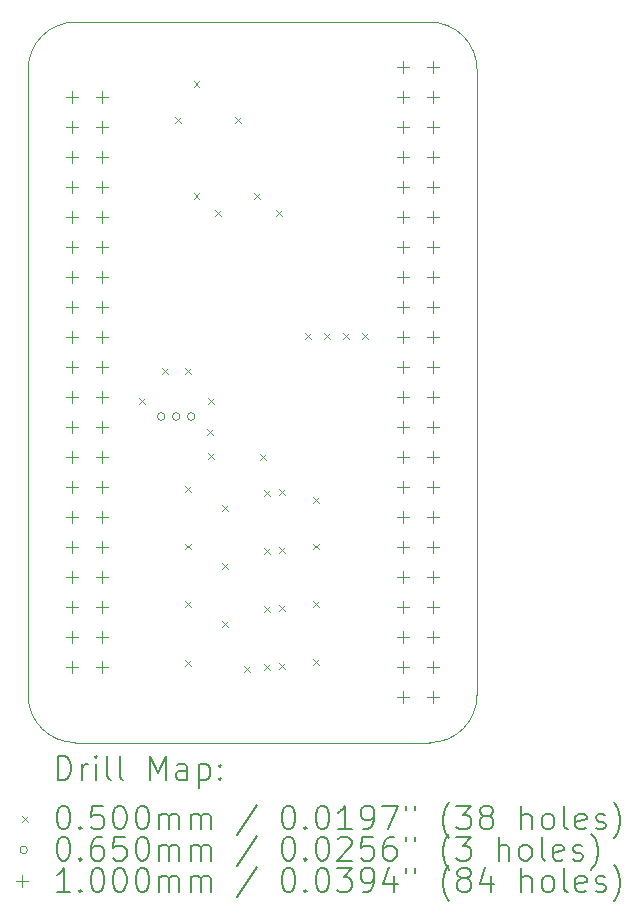
<source format=gbr>
%FSLAX45Y45*%
G04 Gerber Fmt 4.5, Leading zero omitted, Abs format (unit mm)*
G04 Created by KiCad (PCBNEW (6.0.5)) date 2025-06-10 19:54:22*
%MOMM*%
%LPD*%
G01*
G04 APERTURE LIST*
%TA.AperFunction,Profile*%
%ADD10C,0.100000*%
%TD*%
%ADD11C,0.200000*%
%ADD12C,0.050000*%
%ADD13C,0.065000*%
%ADD14C,0.100000*%
G04 APERTURE END LIST*
D10*
X13600000Y-6900000D02*
G75*
G03*
X13200000Y-7300000I0J-400000D01*
G01*
X16600000Y-13000000D02*
G75*
G03*
X17000000Y-12600000I0J400000D01*
G01*
X17000000Y-7300000D02*
X17000000Y-12600000D01*
X13200000Y-12600000D02*
X13200000Y-7300000D01*
X16600000Y-13000000D02*
X13600000Y-13000000D01*
X17000000Y-7300000D02*
G75*
G03*
X16600000Y-6900000I-400000J0D01*
G01*
X13600000Y-6900000D02*
X16600000Y-6900000D01*
X13200000Y-12600000D02*
G75*
G03*
X13600000Y-13000000I400000J0D01*
G01*
D11*
D12*
X14140000Y-10085000D02*
X14190000Y-10135000D01*
X14190000Y-10085000D02*
X14140000Y-10135000D01*
X14330000Y-9830000D02*
X14380000Y-9880000D01*
X14380000Y-9830000D02*
X14330000Y-9880000D01*
X14440000Y-7705000D02*
X14490000Y-7755000D01*
X14490000Y-7705000D02*
X14440000Y-7755000D01*
X14525000Y-10830000D02*
X14575000Y-10880000D01*
X14575000Y-10830000D02*
X14525000Y-10880000D01*
X14525000Y-11315000D02*
X14575000Y-11365000D01*
X14575000Y-11315000D02*
X14525000Y-11365000D01*
X14525000Y-11805000D02*
X14575000Y-11855000D01*
X14575000Y-11805000D02*
X14525000Y-11855000D01*
X14525000Y-12305000D02*
X14575000Y-12355000D01*
X14575000Y-12305000D02*
X14525000Y-12355000D01*
X14530000Y-9830000D02*
X14580000Y-9880000D01*
X14580000Y-9830000D02*
X14530000Y-9880000D01*
X14600000Y-7400000D02*
X14650000Y-7450000D01*
X14650000Y-7400000D02*
X14600000Y-7450000D01*
X14600000Y-8350000D02*
X14650000Y-8400000D01*
X14650000Y-8350000D02*
X14600000Y-8400000D01*
X14715000Y-10345000D02*
X14765000Y-10395000D01*
X14765000Y-10345000D02*
X14715000Y-10395000D01*
X14720000Y-10085000D02*
X14770000Y-10135000D01*
X14770000Y-10085000D02*
X14720000Y-10135000D01*
X14720000Y-10545000D02*
X14770000Y-10595000D01*
X14770000Y-10545000D02*
X14720000Y-10595000D01*
X14780000Y-8495000D02*
X14830000Y-8545000D01*
X14830000Y-8495000D02*
X14780000Y-8545000D01*
X14840000Y-10990000D02*
X14890000Y-11040000D01*
X14890000Y-10990000D02*
X14840000Y-11040000D01*
X14840000Y-11480000D02*
X14890000Y-11530000D01*
X14890000Y-11480000D02*
X14840000Y-11530000D01*
X14840000Y-11970000D02*
X14890000Y-12020000D01*
X14890000Y-11970000D02*
X14840000Y-12020000D01*
X14950000Y-7705000D02*
X15000000Y-7755000D01*
X15000000Y-7705000D02*
X14950000Y-7755000D01*
X15030000Y-12350000D02*
X15080000Y-12400000D01*
X15080000Y-12350000D02*
X15030000Y-12400000D01*
X15110000Y-8350000D02*
X15160000Y-8400000D01*
X15160000Y-8350000D02*
X15110000Y-8400000D01*
X15160000Y-10560000D02*
X15210000Y-10610000D01*
X15210000Y-10560000D02*
X15160000Y-10610000D01*
X15195000Y-10865000D02*
X15245000Y-10915000D01*
X15245000Y-10865000D02*
X15195000Y-10915000D01*
X15195000Y-11355000D02*
X15245000Y-11405000D01*
X15245000Y-11355000D02*
X15195000Y-11405000D01*
X15195000Y-11845000D02*
X15245000Y-11895000D01*
X15245000Y-11845000D02*
X15195000Y-11895000D01*
X15195000Y-12335000D02*
X15245000Y-12385000D01*
X15245000Y-12335000D02*
X15195000Y-12385000D01*
X15300000Y-8495000D02*
X15350000Y-8545000D01*
X15350000Y-8495000D02*
X15300000Y-8545000D01*
X15325000Y-10855000D02*
X15375000Y-10905000D01*
X15375000Y-10855000D02*
X15325000Y-10905000D01*
X15325000Y-11345000D02*
X15375000Y-11395000D01*
X15375000Y-11345000D02*
X15325000Y-11395000D01*
X15325000Y-11835000D02*
X15375000Y-11885000D01*
X15375000Y-11835000D02*
X15325000Y-11885000D01*
X15325000Y-12325000D02*
X15375000Y-12375000D01*
X15375000Y-12325000D02*
X15325000Y-12375000D01*
X15545000Y-9535000D02*
X15595000Y-9585000D01*
X15595000Y-9535000D02*
X15545000Y-9585000D01*
X15615000Y-10920000D02*
X15665000Y-10970000D01*
X15665000Y-10920000D02*
X15615000Y-10970000D01*
X15615000Y-11315000D02*
X15665000Y-11365000D01*
X15665000Y-11315000D02*
X15615000Y-11365000D01*
X15615000Y-11805000D02*
X15665000Y-11855000D01*
X15665000Y-11805000D02*
X15615000Y-11855000D01*
X15615000Y-12295000D02*
X15665000Y-12345000D01*
X15665000Y-12295000D02*
X15615000Y-12345000D01*
X15705000Y-9535000D02*
X15755000Y-9585000D01*
X15755000Y-9535000D02*
X15705000Y-9585000D01*
X15865000Y-9535000D02*
X15915000Y-9585000D01*
X15915000Y-9535000D02*
X15865000Y-9585000D01*
X16030000Y-9535000D02*
X16080000Y-9585000D01*
X16080000Y-9535000D02*
X16030000Y-9585000D01*
D13*
X14358500Y-10240000D02*
G75*
G03*
X14358500Y-10240000I-32500J0D01*
G01*
X14485500Y-10240000D02*
G75*
G03*
X14485500Y-10240000I-32500J0D01*
G01*
X14612500Y-10240000D02*
G75*
G03*
X14612500Y-10240000I-32500J0D01*
G01*
D14*
X13573000Y-7487000D02*
X13573000Y-7587000D01*
X13523000Y-7537000D02*
X13623000Y-7537000D01*
X13573000Y-7741000D02*
X13573000Y-7841000D01*
X13523000Y-7791000D02*
X13623000Y-7791000D01*
X13573000Y-7995000D02*
X13573000Y-8095000D01*
X13523000Y-8045000D02*
X13623000Y-8045000D01*
X13573000Y-8249000D02*
X13573000Y-8349000D01*
X13523000Y-8299000D02*
X13623000Y-8299000D01*
X13573000Y-8503000D02*
X13573000Y-8603000D01*
X13523000Y-8553000D02*
X13623000Y-8553000D01*
X13573000Y-8757000D02*
X13573000Y-8857000D01*
X13523000Y-8807000D02*
X13623000Y-8807000D01*
X13573000Y-9011000D02*
X13573000Y-9111000D01*
X13523000Y-9061000D02*
X13623000Y-9061000D01*
X13573000Y-9265000D02*
X13573000Y-9365000D01*
X13523000Y-9315000D02*
X13623000Y-9315000D01*
X13573000Y-9519000D02*
X13573000Y-9619000D01*
X13523000Y-9569000D02*
X13623000Y-9569000D01*
X13573000Y-9773000D02*
X13573000Y-9873000D01*
X13523000Y-9823000D02*
X13623000Y-9823000D01*
X13573000Y-10027000D02*
X13573000Y-10127000D01*
X13523000Y-10077000D02*
X13623000Y-10077000D01*
X13573000Y-10281000D02*
X13573000Y-10381000D01*
X13523000Y-10331000D02*
X13623000Y-10331000D01*
X13573000Y-10535000D02*
X13573000Y-10635000D01*
X13523000Y-10585000D02*
X13623000Y-10585000D01*
X13573000Y-10789000D02*
X13573000Y-10889000D01*
X13523000Y-10839000D02*
X13623000Y-10839000D01*
X13573000Y-11043000D02*
X13573000Y-11143000D01*
X13523000Y-11093000D02*
X13623000Y-11093000D01*
X13573000Y-11297000D02*
X13573000Y-11397000D01*
X13523000Y-11347000D02*
X13623000Y-11347000D01*
X13573000Y-11551000D02*
X13573000Y-11651000D01*
X13523000Y-11601000D02*
X13623000Y-11601000D01*
X13573000Y-11805000D02*
X13573000Y-11905000D01*
X13523000Y-11855000D02*
X13623000Y-11855000D01*
X13573000Y-12059000D02*
X13573000Y-12159000D01*
X13523000Y-12109000D02*
X13623000Y-12109000D01*
X13573000Y-12313000D02*
X13573000Y-12413000D01*
X13523000Y-12363000D02*
X13623000Y-12363000D01*
X13827000Y-7487000D02*
X13827000Y-7587000D01*
X13777000Y-7537000D02*
X13877000Y-7537000D01*
X13827000Y-7741000D02*
X13827000Y-7841000D01*
X13777000Y-7791000D02*
X13877000Y-7791000D01*
X13827000Y-7995000D02*
X13827000Y-8095000D01*
X13777000Y-8045000D02*
X13877000Y-8045000D01*
X13827000Y-8249000D02*
X13827000Y-8349000D01*
X13777000Y-8299000D02*
X13877000Y-8299000D01*
X13827000Y-8503000D02*
X13827000Y-8603000D01*
X13777000Y-8553000D02*
X13877000Y-8553000D01*
X13827000Y-8757000D02*
X13827000Y-8857000D01*
X13777000Y-8807000D02*
X13877000Y-8807000D01*
X13827000Y-9011000D02*
X13827000Y-9111000D01*
X13777000Y-9061000D02*
X13877000Y-9061000D01*
X13827000Y-9265000D02*
X13827000Y-9365000D01*
X13777000Y-9315000D02*
X13877000Y-9315000D01*
X13827000Y-9519000D02*
X13827000Y-9619000D01*
X13777000Y-9569000D02*
X13877000Y-9569000D01*
X13827000Y-9773000D02*
X13827000Y-9873000D01*
X13777000Y-9823000D02*
X13877000Y-9823000D01*
X13827000Y-10027000D02*
X13827000Y-10127000D01*
X13777000Y-10077000D02*
X13877000Y-10077000D01*
X13827000Y-10281000D02*
X13827000Y-10381000D01*
X13777000Y-10331000D02*
X13877000Y-10331000D01*
X13827000Y-10535000D02*
X13827000Y-10635000D01*
X13777000Y-10585000D02*
X13877000Y-10585000D01*
X13827000Y-10789000D02*
X13827000Y-10889000D01*
X13777000Y-10839000D02*
X13877000Y-10839000D01*
X13827000Y-11043000D02*
X13827000Y-11143000D01*
X13777000Y-11093000D02*
X13877000Y-11093000D01*
X13827000Y-11297000D02*
X13827000Y-11397000D01*
X13777000Y-11347000D02*
X13877000Y-11347000D01*
X13827000Y-11551000D02*
X13827000Y-11651000D01*
X13777000Y-11601000D02*
X13877000Y-11601000D01*
X13827000Y-11805000D02*
X13827000Y-11905000D01*
X13777000Y-11855000D02*
X13877000Y-11855000D01*
X13827000Y-12059000D02*
X13827000Y-12159000D01*
X13777000Y-12109000D02*
X13877000Y-12109000D01*
X13827000Y-12313000D02*
X13827000Y-12413000D01*
X13777000Y-12363000D02*
X13877000Y-12363000D01*
X16372500Y-7233500D02*
X16372500Y-7333500D01*
X16322500Y-7283500D02*
X16422500Y-7283500D01*
X16372500Y-7487500D02*
X16372500Y-7587500D01*
X16322500Y-7537500D02*
X16422500Y-7537500D01*
X16372500Y-7741500D02*
X16372500Y-7841500D01*
X16322500Y-7791500D02*
X16422500Y-7791500D01*
X16372500Y-7995500D02*
X16372500Y-8095500D01*
X16322500Y-8045500D02*
X16422500Y-8045500D01*
X16372500Y-8249500D02*
X16372500Y-8349500D01*
X16322500Y-8299500D02*
X16422500Y-8299500D01*
X16372500Y-8503500D02*
X16372500Y-8603500D01*
X16322500Y-8553500D02*
X16422500Y-8553500D01*
X16372500Y-8757500D02*
X16372500Y-8857500D01*
X16322500Y-8807500D02*
X16422500Y-8807500D01*
X16372500Y-9011500D02*
X16372500Y-9111500D01*
X16322500Y-9061500D02*
X16422500Y-9061500D01*
X16372500Y-9265500D02*
X16372500Y-9365500D01*
X16322500Y-9315500D02*
X16422500Y-9315500D01*
X16372500Y-9519500D02*
X16372500Y-9619500D01*
X16322500Y-9569500D02*
X16422500Y-9569500D01*
X16372500Y-9773500D02*
X16372500Y-9873500D01*
X16322500Y-9823500D02*
X16422500Y-9823500D01*
X16372500Y-10027500D02*
X16372500Y-10127500D01*
X16322500Y-10077500D02*
X16422500Y-10077500D01*
X16372500Y-10281500D02*
X16372500Y-10381500D01*
X16322500Y-10331500D02*
X16422500Y-10331500D01*
X16372500Y-10535500D02*
X16372500Y-10635500D01*
X16322500Y-10585500D02*
X16422500Y-10585500D01*
X16372500Y-10789500D02*
X16372500Y-10889500D01*
X16322500Y-10839500D02*
X16422500Y-10839500D01*
X16372500Y-11043500D02*
X16372500Y-11143500D01*
X16322500Y-11093500D02*
X16422500Y-11093500D01*
X16372500Y-11297500D02*
X16372500Y-11397500D01*
X16322500Y-11347500D02*
X16422500Y-11347500D01*
X16372500Y-11551500D02*
X16372500Y-11651500D01*
X16322500Y-11601500D02*
X16422500Y-11601500D01*
X16372500Y-11805500D02*
X16372500Y-11905500D01*
X16322500Y-11855500D02*
X16422500Y-11855500D01*
X16372500Y-12059500D02*
X16372500Y-12159500D01*
X16322500Y-12109500D02*
X16422500Y-12109500D01*
X16372500Y-12313500D02*
X16372500Y-12413500D01*
X16322500Y-12363500D02*
X16422500Y-12363500D01*
X16372500Y-12567500D02*
X16372500Y-12667500D01*
X16322500Y-12617500D02*
X16422500Y-12617500D01*
X16626500Y-7233500D02*
X16626500Y-7333500D01*
X16576500Y-7283500D02*
X16676500Y-7283500D01*
X16626500Y-7487500D02*
X16626500Y-7587500D01*
X16576500Y-7537500D02*
X16676500Y-7537500D01*
X16626500Y-7741500D02*
X16626500Y-7841500D01*
X16576500Y-7791500D02*
X16676500Y-7791500D01*
X16626500Y-7995500D02*
X16626500Y-8095500D01*
X16576500Y-8045500D02*
X16676500Y-8045500D01*
X16626500Y-8249500D02*
X16626500Y-8349500D01*
X16576500Y-8299500D02*
X16676500Y-8299500D01*
X16626500Y-8503500D02*
X16626500Y-8603500D01*
X16576500Y-8553500D02*
X16676500Y-8553500D01*
X16626500Y-8757500D02*
X16626500Y-8857500D01*
X16576500Y-8807500D02*
X16676500Y-8807500D01*
X16626500Y-9011500D02*
X16626500Y-9111500D01*
X16576500Y-9061500D02*
X16676500Y-9061500D01*
X16626500Y-9265500D02*
X16626500Y-9365500D01*
X16576500Y-9315500D02*
X16676500Y-9315500D01*
X16626500Y-9519500D02*
X16626500Y-9619500D01*
X16576500Y-9569500D02*
X16676500Y-9569500D01*
X16626500Y-9773500D02*
X16626500Y-9873500D01*
X16576500Y-9823500D02*
X16676500Y-9823500D01*
X16626500Y-10027500D02*
X16626500Y-10127500D01*
X16576500Y-10077500D02*
X16676500Y-10077500D01*
X16626500Y-10281500D02*
X16626500Y-10381500D01*
X16576500Y-10331500D02*
X16676500Y-10331500D01*
X16626500Y-10535500D02*
X16626500Y-10635500D01*
X16576500Y-10585500D02*
X16676500Y-10585500D01*
X16626500Y-10789500D02*
X16626500Y-10889500D01*
X16576500Y-10839500D02*
X16676500Y-10839500D01*
X16626500Y-11043500D02*
X16626500Y-11143500D01*
X16576500Y-11093500D02*
X16676500Y-11093500D01*
X16626500Y-11297500D02*
X16626500Y-11397500D01*
X16576500Y-11347500D02*
X16676500Y-11347500D01*
X16626500Y-11551500D02*
X16626500Y-11651500D01*
X16576500Y-11601500D02*
X16676500Y-11601500D01*
X16626500Y-11805500D02*
X16626500Y-11905500D01*
X16576500Y-11855500D02*
X16676500Y-11855500D01*
X16626500Y-12059500D02*
X16626500Y-12159500D01*
X16576500Y-12109500D02*
X16676500Y-12109500D01*
X16626500Y-12313500D02*
X16626500Y-12413500D01*
X16576500Y-12363500D02*
X16676500Y-12363500D01*
X16626500Y-12567500D02*
X16626500Y-12667500D01*
X16576500Y-12617500D02*
X16676500Y-12617500D01*
D11*
X13452619Y-13315476D02*
X13452619Y-13115476D01*
X13500238Y-13115476D01*
X13528809Y-13125000D01*
X13547857Y-13144048D01*
X13557381Y-13163095D01*
X13566905Y-13201190D01*
X13566905Y-13229762D01*
X13557381Y-13267857D01*
X13547857Y-13286905D01*
X13528809Y-13305952D01*
X13500238Y-13315476D01*
X13452619Y-13315476D01*
X13652619Y-13315476D02*
X13652619Y-13182143D01*
X13652619Y-13220238D02*
X13662143Y-13201190D01*
X13671667Y-13191667D01*
X13690714Y-13182143D01*
X13709762Y-13182143D01*
X13776428Y-13315476D02*
X13776428Y-13182143D01*
X13776428Y-13115476D02*
X13766905Y-13125000D01*
X13776428Y-13134524D01*
X13785952Y-13125000D01*
X13776428Y-13115476D01*
X13776428Y-13134524D01*
X13900238Y-13315476D02*
X13881190Y-13305952D01*
X13871667Y-13286905D01*
X13871667Y-13115476D01*
X14005000Y-13315476D02*
X13985952Y-13305952D01*
X13976428Y-13286905D01*
X13976428Y-13115476D01*
X14233571Y-13315476D02*
X14233571Y-13115476D01*
X14300238Y-13258333D01*
X14366905Y-13115476D01*
X14366905Y-13315476D01*
X14547857Y-13315476D02*
X14547857Y-13210714D01*
X14538333Y-13191667D01*
X14519286Y-13182143D01*
X14481190Y-13182143D01*
X14462143Y-13191667D01*
X14547857Y-13305952D02*
X14528809Y-13315476D01*
X14481190Y-13315476D01*
X14462143Y-13305952D01*
X14452619Y-13286905D01*
X14452619Y-13267857D01*
X14462143Y-13248809D01*
X14481190Y-13239286D01*
X14528809Y-13239286D01*
X14547857Y-13229762D01*
X14643095Y-13182143D02*
X14643095Y-13382143D01*
X14643095Y-13191667D02*
X14662143Y-13182143D01*
X14700238Y-13182143D01*
X14719286Y-13191667D01*
X14728809Y-13201190D01*
X14738333Y-13220238D01*
X14738333Y-13277381D01*
X14728809Y-13296428D01*
X14719286Y-13305952D01*
X14700238Y-13315476D01*
X14662143Y-13315476D01*
X14643095Y-13305952D01*
X14824048Y-13296428D02*
X14833571Y-13305952D01*
X14824048Y-13315476D01*
X14814524Y-13305952D01*
X14824048Y-13296428D01*
X14824048Y-13315476D01*
X14824048Y-13191667D02*
X14833571Y-13201190D01*
X14824048Y-13210714D01*
X14814524Y-13201190D01*
X14824048Y-13191667D01*
X14824048Y-13210714D01*
D12*
X13145000Y-13620000D02*
X13195000Y-13670000D01*
X13195000Y-13620000D02*
X13145000Y-13670000D01*
D11*
X13490714Y-13535476D02*
X13509762Y-13535476D01*
X13528809Y-13545000D01*
X13538333Y-13554524D01*
X13547857Y-13573571D01*
X13557381Y-13611667D01*
X13557381Y-13659286D01*
X13547857Y-13697381D01*
X13538333Y-13716428D01*
X13528809Y-13725952D01*
X13509762Y-13735476D01*
X13490714Y-13735476D01*
X13471667Y-13725952D01*
X13462143Y-13716428D01*
X13452619Y-13697381D01*
X13443095Y-13659286D01*
X13443095Y-13611667D01*
X13452619Y-13573571D01*
X13462143Y-13554524D01*
X13471667Y-13545000D01*
X13490714Y-13535476D01*
X13643095Y-13716428D02*
X13652619Y-13725952D01*
X13643095Y-13735476D01*
X13633571Y-13725952D01*
X13643095Y-13716428D01*
X13643095Y-13735476D01*
X13833571Y-13535476D02*
X13738333Y-13535476D01*
X13728809Y-13630714D01*
X13738333Y-13621190D01*
X13757381Y-13611667D01*
X13805000Y-13611667D01*
X13824048Y-13621190D01*
X13833571Y-13630714D01*
X13843095Y-13649762D01*
X13843095Y-13697381D01*
X13833571Y-13716428D01*
X13824048Y-13725952D01*
X13805000Y-13735476D01*
X13757381Y-13735476D01*
X13738333Y-13725952D01*
X13728809Y-13716428D01*
X13966905Y-13535476D02*
X13985952Y-13535476D01*
X14005000Y-13545000D01*
X14014524Y-13554524D01*
X14024048Y-13573571D01*
X14033571Y-13611667D01*
X14033571Y-13659286D01*
X14024048Y-13697381D01*
X14014524Y-13716428D01*
X14005000Y-13725952D01*
X13985952Y-13735476D01*
X13966905Y-13735476D01*
X13947857Y-13725952D01*
X13938333Y-13716428D01*
X13928809Y-13697381D01*
X13919286Y-13659286D01*
X13919286Y-13611667D01*
X13928809Y-13573571D01*
X13938333Y-13554524D01*
X13947857Y-13545000D01*
X13966905Y-13535476D01*
X14157381Y-13535476D02*
X14176428Y-13535476D01*
X14195476Y-13545000D01*
X14205000Y-13554524D01*
X14214524Y-13573571D01*
X14224048Y-13611667D01*
X14224048Y-13659286D01*
X14214524Y-13697381D01*
X14205000Y-13716428D01*
X14195476Y-13725952D01*
X14176428Y-13735476D01*
X14157381Y-13735476D01*
X14138333Y-13725952D01*
X14128809Y-13716428D01*
X14119286Y-13697381D01*
X14109762Y-13659286D01*
X14109762Y-13611667D01*
X14119286Y-13573571D01*
X14128809Y-13554524D01*
X14138333Y-13545000D01*
X14157381Y-13535476D01*
X14309762Y-13735476D02*
X14309762Y-13602143D01*
X14309762Y-13621190D02*
X14319286Y-13611667D01*
X14338333Y-13602143D01*
X14366905Y-13602143D01*
X14385952Y-13611667D01*
X14395476Y-13630714D01*
X14395476Y-13735476D01*
X14395476Y-13630714D02*
X14405000Y-13611667D01*
X14424048Y-13602143D01*
X14452619Y-13602143D01*
X14471667Y-13611667D01*
X14481190Y-13630714D01*
X14481190Y-13735476D01*
X14576428Y-13735476D02*
X14576428Y-13602143D01*
X14576428Y-13621190D02*
X14585952Y-13611667D01*
X14605000Y-13602143D01*
X14633571Y-13602143D01*
X14652619Y-13611667D01*
X14662143Y-13630714D01*
X14662143Y-13735476D01*
X14662143Y-13630714D02*
X14671667Y-13611667D01*
X14690714Y-13602143D01*
X14719286Y-13602143D01*
X14738333Y-13611667D01*
X14747857Y-13630714D01*
X14747857Y-13735476D01*
X15138333Y-13525952D02*
X14966905Y-13783095D01*
X15395476Y-13535476D02*
X15414524Y-13535476D01*
X15433571Y-13545000D01*
X15443095Y-13554524D01*
X15452619Y-13573571D01*
X15462143Y-13611667D01*
X15462143Y-13659286D01*
X15452619Y-13697381D01*
X15443095Y-13716428D01*
X15433571Y-13725952D01*
X15414524Y-13735476D01*
X15395476Y-13735476D01*
X15376428Y-13725952D01*
X15366905Y-13716428D01*
X15357381Y-13697381D01*
X15347857Y-13659286D01*
X15347857Y-13611667D01*
X15357381Y-13573571D01*
X15366905Y-13554524D01*
X15376428Y-13545000D01*
X15395476Y-13535476D01*
X15547857Y-13716428D02*
X15557381Y-13725952D01*
X15547857Y-13735476D01*
X15538333Y-13725952D01*
X15547857Y-13716428D01*
X15547857Y-13735476D01*
X15681190Y-13535476D02*
X15700238Y-13535476D01*
X15719286Y-13545000D01*
X15728809Y-13554524D01*
X15738333Y-13573571D01*
X15747857Y-13611667D01*
X15747857Y-13659286D01*
X15738333Y-13697381D01*
X15728809Y-13716428D01*
X15719286Y-13725952D01*
X15700238Y-13735476D01*
X15681190Y-13735476D01*
X15662143Y-13725952D01*
X15652619Y-13716428D01*
X15643095Y-13697381D01*
X15633571Y-13659286D01*
X15633571Y-13611667D01*
X15643095Y-13573571D01*
X15652619Y-13554524D01*
X15662143Y-13545000D01*
X15681190Y-13535476D01*
X15938333Y-13735476D02*
X15824048Y-13735476D01*
X15881190Y-13735476D02*
X15881190Y-13535476D01*
X15862143Y-13564048D01*
X15843095Y-13583095D01*
X15824048Y-13592619D01*
X16033571Y-13735476D02*
X16071667Y-13735476D01*
X16090714Y-13725952D01*
X16100238Y-13716428D01*
X16119286Y-13687857D01*
X16128809Y-13649762D01*
X16128809Y-13573571D01*
X16119286Y-13554524D01*
X16109762Y-13545000D01*
X16090714Y-13535476D01*
X16052619Y-13535476D01*
X16033571Y-13545000D01*
X16024048Y-13554524D01*
X16014524Y-13573571D01*
X16014524Y-13621190D01*
X16024048Y-13640238D01*
X16033571Y-13649762D01*
X16052619Y-13659286D01*
X16090714Y-13659286D01*
X16109762Y-13649762D01*
X16119286Y-13640238D01*
X16128809Y-13621190D01*
X16195476Y-13535476D02*
X16328809Y-13535476D01*
X16243095Y-13735476D01*
X16395476Y-13535476D02*
X16395476Y-13573571D01*
X16471667Y-13535476D02*
X16471667Y-13573571D01*
X16766905Y-13811667D02*
X16757381Y-13802143D01*
X16738333Y-13773571D01*
X16728809Y-13754524D01*
X16719286Y-13725952D01*
X16709762Y-13678333D01*
X16709762Y-13640238D01*
X16719286Y-13592619D01*
X16728809Y-13564048D01*
X16738333Y-13545000D01*
X16757381Y-13516428D01*
X16766905Y-13506905D01*
X16824048Y-13535476D02*
X16947857Y-13535476D01*
X16881190Y-13611667D01*
X16909762Y-13611667D01*
X16928810Y-13621190D01*
X16938333Y-13630714D01*
X16947857Y-13649762D01*
X16947857Y-13697381D01*
X16938333Y-13716428D01*
X16928810Y-13725952D01*
X16909762Y-13735476D01*
X16852619Y-13735476D01*
X16833571Y-13725952D01*
X16824048Y-13716428D01*
X17062143Y-13621190D02*
X17043095Y-13611667D01*
X17033571Y-13602143D01*
X17024048Y-13583095D01*
X17024048Y-13573571D01*
X17033571Y-13554524D01*
X17043095Y-13545000D01*
X17062143Y-13535476D01*
X17100238Y-13535476D01*
X17119286Y-13545000D01*
X17128810Y-13554524D01*
X17138333Y-13573571D01*
X17138333Y-13583095D01*
X17128810Y-13602143D01*
X17119286Y-13611667D01*
X17100238Y-13621190D01*
X17062143Y-13621190D01*
X17043095Y-13630714D01*
X17033571Y-13640238D01*
X17024048Y-13659286D01*
X17024048Y-13697381D01*
X17033571Y-13716428D01*
X17043095Y-13725952D01*
X17062143Y-13735476D01*
X17100238Y-13735476D01*
X17119286Y-13725952D01*
X17128810Y-13716428D01*
X17138333Y-13697381D01*
X17138333Y-13659286D01*
X17128810Y-13640238D01*
X17119286Y-13630714D01*
X17100238Y-13621190D01*
X17376429Y-13735476D02*
X17376429Y-13535476D01*
X17462143Y-13735476D02*
X17462143Y-13630714D01*
X17452619Y-13611667D01*
X17433571Y-13602143D01*
X17405000Y-13602143D01*
X17385952Y-13611667D01*
X17376429Y-13621190D01*
X17585952Y-13735476D02*
X17566905Y-13725952D01*
X17557381Y-13716428D01*
X17547857Y-13697381D01*
X17547857Y-13640238D01*
X17557381Y-13621190D01*
X17566905Y-13611667D01*
X17585952Y-13602143D01*
X17614524Y-13602143D01*
X17633571Y-13611667D01*
X17643095Y-13621190D01*
X17652619Y-13640238D01*
X17652619Y-13697381D01*
X17643095Y-13716428D01*
X17633571Y-13725952D01*
X17614524Y-13735476D01*
X17585952Y-13735476D01*
X17766905Y-13735476D02*
X17747857Y-13725952D01*
X17738333Y-13706905D01*
X17738333Y-13535476D01*
X17919286Y-13725952D02*
X17900238Y-13735476D01*
X17862143Y-13735476D01*
X17843095Y-13725952D01*
X17833571Y-13706905D01*
X17833571Y-13630714D01*
X17843095Y-13611667D01*
X17862143Y-13602143D01*
X17900238Y-13602143D01*
X17919286Y-13611667D01*
X17928810Y-13630714D01*
X17928810Y-13649762D01*
X17833571Y-13668809D01*
X18005000Y-13725952D02*
X18024048Y-13735476D01*
X18062143Y-13735476D01*
X18081190Y-13725952D01*
X18090714Y-13706905D01*
X18090714Y-13697381D01*
X18081190Y-13678333D01*
X18062143Y-13668809D01*
X18033571Y-13668809D01*
X18014524Y-13659286D01*
X18005000Y-13640238D01*
X18005000Y-13630714D01*
X18014524Y-13611667D01*
X18033571Y-13602143D01*
X18062143Y-13602143D01*
X18081190Y-13611667D01*
X18157381Y-13811667D02*
X18166905Y-13802143D01*
X18185952Y-13773571D01*
X18195476Y-13754524D01*
X18205000Y-13725952D01*
X18214524Y-13678333D01*
X18214524Y-13640238D01*
X18205000Y-13592619D01*
X18195476Y-13564048D01*
X18185952Y-13545000D01*
X18166905Y-13516428D01*
X18157381Y-13506905D01*
D13*
X13195000Y-13909000D02*
G75*
G03*
X13195000Y-13909000I-32500J0D01*
G01*
D11*
X13490714Y-13799476D02*
X13509762Y-13799476D01*
X13528809Y-13809000D01*
X13538333Y-13818524D01*
X13547857Y-13837571D01*
X13557381Y-13875667D01*
X13557381Y-13923286D01*
X13547857Y-13961381D01*
X13538333Y-13980428D01*
X13528809Y-13989952D01*
X13509762Y-13999476D01*
X13490714Y-13999476D01*
X13471667Y-13989952D01*
X13462143Y-13980428D01*
X13452619Y-13961381D01*
X13443095Y-13923286D01*
X13443095Y-13875667D01*
X13452619Y-13837571D01*
X13462143Y-13818524D01*
X13471667Y-13809000D01*
X13490714Y-13799476D01*
X13643095Y-13980428D02*
X13652619Y-13989952D01*
X13643095Y-13999476D01*
X13633571Y-13989952D01*
X13643095Y-13980428D01*
X13643095Y-13999476D01*
X13824048Y-13799476D02*
X13785952Y-13799476D01*
X13766905Y-13809000D01*
X13757381Y-13818524D01*
X13738333Y-13847095D01*
X13728809Y-13885190D01*
X13728809Y-13961381D01*
X13738333Y-13980428D01*
X13747857Y-13989952D01*
X13766905Y-13999476D01*
X13805000Y-13999476D01*
X13824048Y-13989952D01*
X13833571Y-13980428D01*
X13843095Y-13961381D01*
X13843095Y-13913762D01*
X13833571Y-13894714D01*
X13824048Y-13885190D01*
X13805000Y-13875667D01*
X13766905Y-13875667D01*
X13747857Y-13885190D01*
X13738333Y-13894714D01*
X13728809Y-13913762D01*
X14024048Y-13799476D02*
X13928809Y-13799476D01*
X13919286Y-13894714D01*
X13928809Y-13885190D01*
X13947857Y-13875667D01*
X13995476Y-13875667D01*
X14014524Y-13885190D01*
X14024048Y-13894714D01*
X14033571Y-13913762D01*
X14033571Y-13961381D01*
X14024048Y-13980428D01*
X14014524Y-13989952D01*
X13995476Y-13999476D01*
X13947857Y-13999476D01*
X13928809Y-13989952D01*
X13919286Y-13980428D01*
X14157381Y-13799476D02*
X14176428Y-13799476D01*
X14195476Y-13809000D01*
X14205000Y-13818524D01*
X14214524Y-13837571D01*
X14224048Y-13875667D01*
X14224048Y-13923286D01*
X14214524Y-13961381D01*
X14205000Y-13980428D01*
X14195476Y-13989952D01*
X14176428Y-13999476D01*
X14157381Y-13999476D01*
X14138333Y-13989952D01*
X14128809Y-13980428D01*
X14119286Y-13961381D01*
X14109762Y-13923286D01*
X14109762Y-13875667D01*
X14119286Y-13837571D01*
X14128809Y-13818524D01*
X14138333Y-13809000D01*
X14157381Y-13799476D01*
X14309762Y-13999476D02*
X14309762Y-13866143D01*
X14309762Y-13885190D02*
X14319286Y-13875667D01*
X14338333Y-13866143D01*
X14366905Y-13866143D01*
X14385952Y-13875667D01*
X14395476Y-13894714D01*
X14395476Y-13999476D01*
X14395476Y-13894714D02*
X14405000Y-13875667D01*
X14424048Y-13866143D01*
X14452619Y-13866143D01*
X14471667Y-13875667D01*
X14481190Y-13894714D01*
X14481190Y-13999476D01*
X14576428Y-13999476D02*
X14576428Y-13866143D01*
X14576428Y-13885190D02*
X14585952Y-13875667D01*
X14605000Y-13866143D01*
X14633571Y-13866143D01*
X14652619Y-13875667D01*
X14662143Y-13894714D01*
X14662143Y-13999476D01*
X14662143Y-13894714D02*
X14671667Y-13875667D01*
X14690714Y-13866143D01*
X14719286Y-13866143D01*
X14738333Y-13875667D01*
X14747857Y-13894714D01*
X14747857Y-13999476D01*
X15138333Y-13789952D02*
X14966905Y-14047095D01*
X15395476Y-13799476D02*
X15414524Y-13799476D01*
X15433571Y-13809000D01*
X15443095Y-13818524D01*
X15452619Y-13837571D01*
X15462143Y-13875667D01*
X15462143Y-13923286D01*
X15452619Y-13961381D01*
X15443095Y-13980428D01*
X15433571Y-13989952D01*
X15414524Y-13999476D01*
X15395476Y-13999476D01*
X15376428Y-13989952D01*
X15366905Y-13980428D01*
X15357381Y-13961381D01*
X15347857Y-13923286D01*
X15347857Y-13875667D01*
X15357381Y-13837571D01*
X15366905Y-13818524D01*
X15376428Y-13809000D01*
X15395476Y-13799476D01*
X15547857Y-13980428D02*
X15557381Y-13989952D01*
X15547857Y-13999476D01*
X15538333Y-13989952D01*
X15547857Y-13980428D01*
X15547857Y-13999476D01*
X15681190Y-13799476D02*
X15700238Y-13799476D01*
X15719286Y-13809000D01*
X15728809Y-13818524D01*
X15738333Y-13837571D01*
X15747857Y-13875667D01*
X15747857Y-13923286D01*
X15738333Y-13961381D01*
X15728809Y-13980428D01*
X15719286Y-13989952D01*
X15700238Y-13999476D01*
X15681190Y-13999476D01*
X15662143Y-13989952D01*
X15652619Y-13980428D01*
X15643095Y-13961381D01*
X15633571Y-13923286D01*
X15633571Y-13875667D01*
X15643095Y-13837571D01*
X15652619Y-13818524D01*
X15662143Y-13809000D01*
X15681190Y-13799476D01*
X15824048Y-13818524D02*
X15833571Y-13809000D01*
X15852619Y-13799476D01*
X15900238Y-13799476D01*
X15919286Y-13809000D01*
X15928809Y-13818524D01*
X15938333Y-13837571D01*
X15938333Y-13856619D01*
X15928809Y-13885190D01*
X15814524Y-13999476D01*
X15938333Y-13999476D01*
X16119286Y-13799476D02*
X16024048Y-13799476D01*
X16014524Y-13894714D01*
X16024048Y-13885190D01*
X16043095Y-13875667D01*
X16090714Y-13875667D01*
X16109762Y-13885190D01*
X16119286Y-13894714D01*
X16128809Y-13913762D01*
X16128809Y-13961381D01*
X16119286Y-13980428D01*
X16109762Y-13989952D01*
X16090714Y-13999476D01*
X16043095Y-13999476D01*
X16024048Y-13989952D01*
X16014524Y-13980428D01*
X16300238Y-13799476D02*
X16262143Y-13799476D01*
X16243095Y-13809000D01*
X16233571Y-13818524D01*
X16214524Y-13847095D01*
X16205000Y-13885190D01*
X16205000Y-13961381D01*
X16214524Y-13980428D01*
X16224048Y-13989952D01*
X16243095Y-13999476D01*
X16281190Y-13999476D01*
X16300238Y-13989952D01*
X16309762Y-13980428D01*
X16319286Y-13961381D01*
X16319286Y-13913762D01*
X16309762Y-13894714D01*
X16300238Y-13885190D01*
X16281190Y-13875667D01*
X16243095Y-13875667D01*
X16224048Y-13885190D01*
X16214524Y-13894714D01*
X16205000Y-13913762D01*
X16395476Y-13799476D02*
X16395476Y-13837571D01*
X16471667Y-13799476D02*
X16471667Y-13837571D01*
X16766905Y-14075667D02*
X16757381Y-14066143D01*
X16738333Y-14037571D01*
X16728809Y-14018524D01*
X16719286Y-13989952D01*
X16709762Y-13942333D01*
X16709762Y-13904238D01*
X16719286Y-13856619D01*
X16728809Y-13828048D01*
X16738333Y-13809000D01*
X16757381Y-13780428D01*
X16766905Y-13770905D01*
X16824048Y-13799476D02*
X16947857Y-13799476D01*
X16881190Y-13875667D01*
X16909762Y-13875667D01*
X16928810Y-13885190D01*
X16938333Y-13894714D01*
X16947857Y-13913762D01*
X16947857Y-13961381D01*
X16938333Y-13980428D01*
X16928810Y-13989952D01*
X16909762Y-13999476D01*
X16852619Y-13999476D01*
X16833571Y-13989952D01*
X16824048Y-13980428D01*
X17185952Y-13999476D02*
X17185952Y-13799476D01*
X17271667Y-13999476D02*
X17271667Y-13894714D01*
X17262143Y-13875667D01*
X17243095Y-13866143D01*
X17214524Y-13866143D01*
X17195476Y-13875667D01*
X17185952Y-13885190D01*
X17395476Y-13999476D02*
X17376429Y-13989952D01*
X17366905Y-13980428D01*
X17357381Y-13961381D01*
X17357381Y-13904238D01*
X17366905Y-13885190D01*
X17376429Y-13875667D01*
X17395476Y-13866143D01*
X17424048Y-13866143D01*
X17443095Y-13875667D01*
X17452619Y-13885190D01*
X17462143Y-13904238D01*
X17462143Y-13961381D01*
X17452619Y-13980428D01*
X17443095Y-13989952D01*
X17424048Y-13999476D01*
X17395476Y-13999476D01*
X17576429Y-13999476D02*
X17557381Y-13989952D01*
X17547857Y-13970905D01*
X17547857Y-13799476D01*
X17728810Y-13989952D02*
X17709762Y-13999476D01*
X17671667Y-13999476D01*
X17652619Y-13989952D01*
X17643095Y-13970905D01*
X17643095Y-13894714D01*
X17652619Y-13875667D01*
X17671667Y-13866143D01*
X17709762Y-13866143D01*
X17728810Y-13875667D01*
X17738333Y-13894714D01*
X17738333Y-13913762D01*
X17643095Y-13932809D01*
X17814524Y-13989952D02*
X17833571Y-13999476D01*
X17871667Y-13999476D01*
X17890714Y-13989952D01*
X17900238Y-13970905D01*
X17900238Y-13961381D01*
X17890714Y-13942333D01*
X17871667Y-13932809D01*
X17843095Y-13932809D01*
X17824048Y-13923286D01*
X17814524Y-13904238D01*
X17814524Y-13894714D01*
X17824048Y-13875667D01*
X17843095Y-13866143D01*
X17871667Y-13866143D01*
X17890714Y-13875667D01*
X17966905Y-14075667D02*
X17976429Y-14066143D01*
X17995476Y-14037571D01*
X18005000Y-14018524D01*
X18014524Y-13989952D01*
X18024048Y-13942333D01*
X18024048Y-13904238D01*
X18014524Y-13856619D01*
X18005000Y-13828048D01*
X17995476Y-13809000D01*
X17976429Y-13780428D01*
X17966905Y-13770905D01*
D14*
X13145000Y-14123000D02*
X13145000Y-14223000D01*
X13095000Y-14173000D02*
X13195000Y-14173000D01*
D11*
X13557381Y-14263476D02*
X13443095Y-14263476D01*
X13500238Y-14263476D02*
X13500238Y-14063476D01*
X13481190Y-14092048D01*
X13462143Y-14111095D01*
X13443095Y-14120619D01*
X13643095Y-14244428D02*
X13652619Y-14253952D01*
X13643095Y-14263476D01*
X13633571Y-14253952D01*
X13643095Y-14244428D01*
X13643095Y-14263476D01*
X13776428Y-14063476D02*
X13795476Y-14063476D01*
X13814524Y-14073000D01*
X13824048Y-14082524D01*
X13833571Y-14101571D01*
X13843095Y-14139667D01*
X13843095Y-14187286D01*
X13833571Y-14225381D01*
X13824048Y-14244428D01*
X13814524Y-14253952D01*
X13795476Y-14263476D01*
X13776428Y-14263476D01*
X13757381Y-14253952D01*
X13747857Y-14244428D01*
X13738333Y-14225381D01*
X13728809Y-14187286D01*
X13728809Y-14139667D01*
X13738333Y-14101571D01*
X13747857Y-14082524D01*
X13757381Y-14073000D01*
X13776428Y-14063476D01*
X13966905Y-14063476D02*
X13985952Y-14063476D01*
X14005000Y-14073000D01*
X14014524Y-14082524D01*
X14024048Y-14101571D01*
X14033571Y-14139667D01*
X14033571Y-14187286D01*
X14024048Y-14225381D01*
X14014524Y-14244428D01*
X14005000Y-14253952D01*
X13985952Y-14263476D01*
X13966905Y-14263476D01*
X13947857Y-14253952D01*
X13938333Y-14244428D01*
X13928809Y-14225381D01*
X13919286Y-14187286D01*
X13919286Y-14139667D01*
X13928809Y-14101571D01*
X13938333Y-14082524D01*
X13947857Y-14073000D01*
X13966905Y-14063476D01*
X14157381Y-14063476D02*
X14176428Y-14063476D01*
X14195476Y-14073000D01*
X14205000Y-14082524D01*
X14214524Y-14101571D01*
X14224048Y-14139667D01*
X14224048Y-14187286D01*
X14214524Y-14225381D01*
X14205000Y-14244428D01*
X14195476Y-14253952D01*
X14176428Y-14263476D01*
X14157381Y-14263476D01*
X14138333Y-14253952D01*
X14128809Y-14244428D01*
X14119286Y-14225381D01*
X14109762Y-14187286D01*
X14109762Y-14139667D01*
X14119286Y-14101571D01*
X14128809Y-14082524D01*
X14138333Y-14073000D01*
X14157381Y-14063476D01*
X14309762Y-14263476D02*
X14309762Y-14130143D01*
X14309762Y-14149190D02*
X14319286Y-14139667D01*
X14338333Y-14130143D01*
X14366905Y-14130143D01*
X14385952Y-14139667D01*
X14395476Y-14158714D01*
X14395476Y-14263476D01*
X14395476Y-14158714D02*
X14405000Y-14139667D01*
X14424048Y-14130143D01*
X14452619Y-14130143D01*
X14471667Y-14139667D01*
X14481190Y-14158714D01*
X14481190Y-14263476D01*
X14576428Y-14263476D02*
X14576428Y-14130143D01*
X14576428Y-14149190D02*
X14585952Y-14139667D01*
X14605000Y-14130143D01*
X14633571Y-14130143D01*
X14652619Y-14139667D01*
X14662143Y-14158714D01*
X14662143Y-14263476D01*
X14662143Y-14158714D02*
X14671667Y-14139667D01*
X14690714Y-14130143D01*
X14719286Y-14130143D01*
X14738333Y-14139667D01*
X14747857Y-14158714D01*
X14747857Y-14263476D01*
X15138333Y-14053952D02*
X14966905Y-14311095D01*
X15395476Y-14063476D02*
X15414524Y-14063476D01*
X15433571Y-14073000D01*
X15443095Y-14082524D01*
X15452619Y-14101571D01*
X15462143Y-14139667D01*
X15462143Y-14187286D01*
X15452619Y-14225381D01*
X15443095Y-14244428D01*
X15433571Y-14253952D01*
X15414524Y-14263476D01*
X15395476Y-14263476D01*
X15376428Y-14253952D01*
X15366905Y-14244428D01*
X15357381Y-14225381D01*
X15347857Y-14187286D01*
X15347857Y-14139667D01*
X15357381Y-14101571D01*
X15366905Y-14082524D01*
X15376428Y-14073000D01*
X15395476Y-14063476D01*
X15547857Y-14244428D02*
X15557381Y-14253952D01*
X15547857Y-14263476D01*
X15538333Y-14253952D01*
X15547857Y-14244428D01*
X15547857Y-14263476D01*
X15681190Y-14063476D02*
X15700238Y-14063476D01*
X15719286Y-14073000D01*
X15728809Y-14082524D01*
X15738333Y-14101571D01*
X15747857Y-14139667D01*
X15747857Y-14187286D01*
X15738333Y-14225381D01*
X15728809Y-14244428D01*
X15719286Y-14253952D01*
X15700238Y-14263476D01*
X15681190Y-14263476D01*
X15662143Y-14253952D01*
X15652619Y-14244428D01*
X15643095Y-14225381D01*
X15633571Y-14187286D01*
X15633571Y-14139667D01*
X15643095Y-14101571D01*
X15652619Y-14082524D01*
X15662143Y-14073000D01*
X15681190Y-14063476D01*
X15814524Y-14063476D02*
X15938333Y-14063476D01*
X15871667Y-14139667D01*
X15900238Y-14139667D01*
X15919286Y-14149190D01*
X15928809Y-14158714D01*
X15938333Y-14177762D01*
X15938333Y-14225381D01*
X15928809Y-14244428D01*
X15919286Y-14253952D01*
X15900238Y-14263476D01*
X15843095Y-14263476D01*
X15824048Y-14253952D01*
X15814524Y-14244428D01*
X16033571Y-14263476D02*
X16071667Y-14263476D01*
X16090714Y-14253952D01*
X16100238Y-14244428D01*
X16119286Y-14215857D01*
X16128809Y-14177762D01*
X16128809Y-14101571D01*
X16119286Y-14082524D01*
X16109762Y-14073000D01*
X16090714Y-14063476D01*
X16052619Y-14063476D01*
X16033571Y-14073000D01*
X16024048Y-14082524D01*
X16014524Y-14101571D01*
X16014524Y-14149190D01*
X16024048Y-14168238D01*
X16033571Y-14177762D01*
X16052619Y-14187286D01*
X16090714Y-14187286D01*
X16109762Y-14177762D01*
X16119286Y-14168238D01*
X16128809Y-14149190D01*
X16300238Y-14130143D02*
X16300238Y-14263476D01*
X16252619Y-14053952D02*
X16205000Y-14196809D01*
X16328809Y-14196809D01*
X16395476Y-14063476D02*
X16395476Y-14101571D01*
X16471667Y-14063476D02*
X16471667Y-14101571D01*
X16766905Y-14339667D02*
X16757381Y-14330143D01*
X16738333Y-14301571D01*
X16728809Y-14282524D01*
X16719286Y-14253952D01*
X16709762Y-14206333D01*
X16709762Y-14168238D01*
X16719286Y-14120619D01*
X16728809Y-14092048D01*
X16738333Y-14073000D01*
X16757381Y-14044428D01*
X16766905Y-14034905D01*
X16871667Y-14149190D02*
X16852619Y-14139667D01*
X16843095Y-14130143D01*
X16833571Y-14111095D01*
X16833571Y-14101571D01*
X16843095Y-14082524D01*
X16852619Y-14073000D01*
X16871667Y-14063476D01*
X16909762Y-14063476D01*
X16928810Y-14073000D01*
X16938333Y-14082524D01*
X16947857Y-14101571D01*
X16947857Y-14111095D01*
X16938333Y-14130143D01*
X16928810Y-14139667D01*
X16909762Y-14149190D01*
X16871667Y-14149190D01*
X16852619Y-14158714D01*
X16843095Y-14168238D01*
X16833571Y-14187286D01*
X16833571Y-14225381D01*
X16843095Y-14244428D01*
X16852619Y-14253952D01*
X16871667Y-14263476D01*
X16909762Y-14263476D01*
X16928810Y-14253952D01*
X16938333Y-14244428D01*
X16947857Y-14225381D01*
X16947857Y-14187286D01*
X16938333Y-14168238D01*
X16928810Y-14158714D01*
X16909762Y-14149190D01*
X17119286Y-14130143D02*
X17119286Y-14263476D01*
X17071667Y-14053952D02*
X17024048Y-14196809D01*
X17147857Y-14196809D01*
X17376429Y-14263476D02*
X17376429Y-14063476D01*
X17462143Y-14263476D02*
X17462143Y-14158714D01*
X17452619Y-14139667D01*
X17433571Y-14130143D01*
X17405000Y-14130143D01*
X17385952Y-14139667D01*
X17376429Y-14149190D01*
X17585952Y-14263476D02*
X17566905Y-14253952D01*
X17557381Y-14244428D01*
X17547857Y-14225381D01*
X17547857Y-14168238D01*
X17557381Y-14149190D01*
X17566905Y-14139667D01*
X17585952Y-14130143D01*
X17614524Y-14130143D01*
X17633571Y-14139667D01*
X17643095Y-14149190D01*
X17652619Y-14168238D01*
X17652619Y-14225381D01*
X17643095Y-14244428D01*
X17633571Y-14253952D01*
X17614524Y-14263476D01*
X17585952Y-14263476D01*
X17766905Y-14263476D02*
X17747857Y-14253952D01*
X17738333Y-14234905D01*
X17738333Y-14063476D01*
X17919286Y-14253952D02*
X17900238Y-14263476D01*
X17862143Y-14263476D01*
X17843095Y-14253952D01*
X17833571Y-14234905D01*
X17833571Y-14158714D01*
X17843095Y-14139667D01*
X17862143Y-14130143D01*
X17900238Y-14130143D01*
X17919286Y-14139667D01*
X17928810Y-14158714D01*
X17928810Y-14177762D01*
X17833571Y-14196809D01*
X18005000Y-14253952D02*
X18024048Y-14263476D01*
X18062143Y-14263476D01*
X18081190Y-14253952D01*
X18090714Y-14234905D01*
X18090714Y-14225381D01*
X18081190Y-14206333D01*
X18062143Y-14196809D01*
X18033571Y-14196809D01*
X18014524Y-14187286D01*
X18005000Y-14168238D01*
X18005000Y-14158714D01*
X18014524Y-14139667D01*
X18033571Y-14130143D01*
X18062143Y-14130143D01*
X18081190Y-14139667D01*
X18157381Y-14339667D02*
X18166905Y-14330143D01*
X18185952Y-14301571D01*
X18195476Y-14282524D01*
X18205000Y-14253952D01*
X18214524Y-14206333D01*
X18214524Y-14168238D01*
X18205000Y-14120619D01*
X18195476Y-14092048D01*
X18185952Y-14073000D01*
X18166905Y-14044428D01*
X18157381Y-14034905D01*
M02*

</source>
